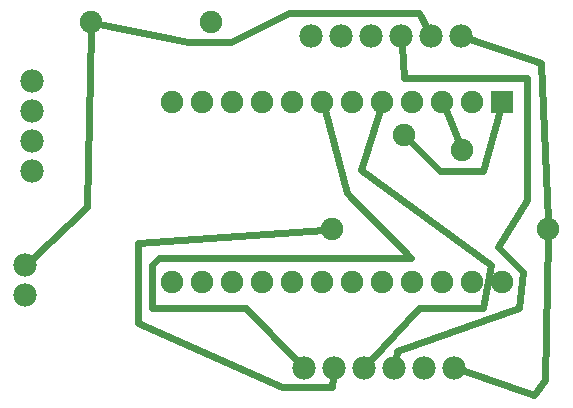
<source format=gtl>
G04 MADE WITH FRITZING*
G04 WWW.FRITZING.ORG*
G04 DOUBLE SIDED*
G04 HOLES PLATED*
G04 CONTOUR ON CENTER OF CONTOUR VECTOR*
%ASAXBY*%
%FSLAX23Y23*%
%MOIN*%
%OFA0B0*%
%SFA1.0B1.0*%
%ADD10C,0.075000*%
%ADD11C,0.078000*%
%ADD12C,0.075433*%
%ADD13R,0.075000X0.075000*%
%ADD14C,0.024000*%
%LNCOPPER1*%
G90*
G70*
G54D10*
X1803Y1046D03*
X1803Y446D03*
X1703Y1046D03*
X1703Y446D03*
X1603Y1046D03*
X1603Y446D03*
X1503Y1046D03*
X1503Y446D03*
X1403Y1046D03*
X1403Y446D03*
X1303Y1046D03*
X1303Y446D03*
X1203Y1046D03*
X1203Y446D03*
X1103Y1046D03*
X1103Y446D03*
X1003Y1046D03*
X1003Y446D03*
X903Y1046D03*
X903Y446D03*
X803Y1046D03*
X803Y446D03*
X703Y1046D03*
X703Y446D03*
G54D11*
X234Y1115D03*
X234Y1015D03*
X234Y915D03*
X234Y815D03*
X213Y502D03*
X213Y402D03*
X1641Y160D03*
X1541Y160D03*
X1441Y160D03*
X1341Y160D03*
X1241Y160D03*
X1141Y160D03*
X1665Y1265D03*
X1565Y1265D03*
X1465Y1265D03*
X1365Y1265D03*
X1265Y1265D03*
X1165Y1265D03*
G54D10*
X832Y1311D03*
X432Y1311D03*
G54D12*
X1668Y886D03*
X1956Y622D03*
X1236Y622D03*
X1476Y934D03*
G54D13*
X1803Y1046D03*
G54D14*
X1332Y819D02*
X1764Y502D01*
D02*
X1395Y1019D02*
X1332Y819D01*
D02*
X1764Y502D02*
X1740Y358D01*
X1740Y358D02*
X1524Y358D01*
X1524Y358D02*
X1362Y182D01*
D02*
X1211Y1018D02*
X1284Y742D01*
X1284Y742D02*
X1500Y526D01*
X1500Y526D02*
X660Y526D01*
X660Y526D02*
X636Y502D01*
X636Y502D02*
X636Y358D01*
X636Y358D02*
X948Y358D01*
X948Y358D02*
X1120Y182D01*
D02*
X1468Y1235D02*
X1476Y1126D01*
X1476Y1126D02*
X1884Y1126D01*
X1884Y1126D02*
X1884Y718D01*
X1884Y718D02*
X1788Y562D01*
X1788Y562D02*
X1872Y478D01*
X1872Y478D02*
X1860Y358D01*
X1860Y358D02*
X1452Y214D01*
X1452Y214D02*
X1447Y190D01*
D02*
X460Y1306D02*
X756Y1246D01*
X756Y1246D02*
X900Y1246D01*
X900Y1246D02*
X1092Y1342D01*
X1092Y1342D02*
X1524Y1342D01*
X1524Y1342D02*
X1551Y1291D01*
D02*
X235Y523D02*
X420Y694D01*
X420Y694D02*
X431Y1283D01*
D02*
X1207Y620D02*
X588Y574D01*
X588Y574D02*
X588Y310D01*
X588Y310D02*
X1068Y94D01*
X1068Y94D02*
X1236Y94D01*
X1236Y94D02*
X1239Y130D01*
D02*
X1694Y1255D02*
X1932Y1174D01*
X1932Y1174D02*
X1955Y651D01*
D02*
X1657Y913D02*
X1614Y1020D01*
D02*
X1670Y151D02*
X1908Y70D01*
X1908Y70D02*
X1944Y118D01*
X1944Y118D02*
X1955Y593D01*
D02*
X1796Y1018D02*
X1740Y814D01*
X1740Y814D02*
X1596Y814D01*
X1596Y814D02*
X1496Y914D01*
G04 End of Copper1*
M02*
</source>
